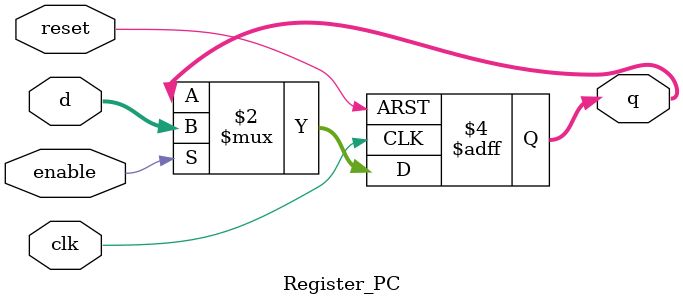
<source format=v>
module Register_PC #(parameter WIDTH = 5)(q, d, clk, reset, enable);

input [WIDTH-1:0] d;
input clk;
input enable;
input reset;
output reg [WIDTH-1:0]	q;


// Register with active-High clock & asynchronus reset & synchronus clock enable
always @ (posedge reset or posedge clk)
begin
	// Reset whenever the reset signal goes low, regardless of the clock
	// or the clock enable
	if (reset)
	begin
		q <= 32'h00400000;
	end
	// If not resetting, and the clock signal is enabled on this register,
	// update the register output on the clock's rising edge
	else
	begin
		if (enable)
		begin
			q <= d;
		end
	end
end

endmodule

</source>
